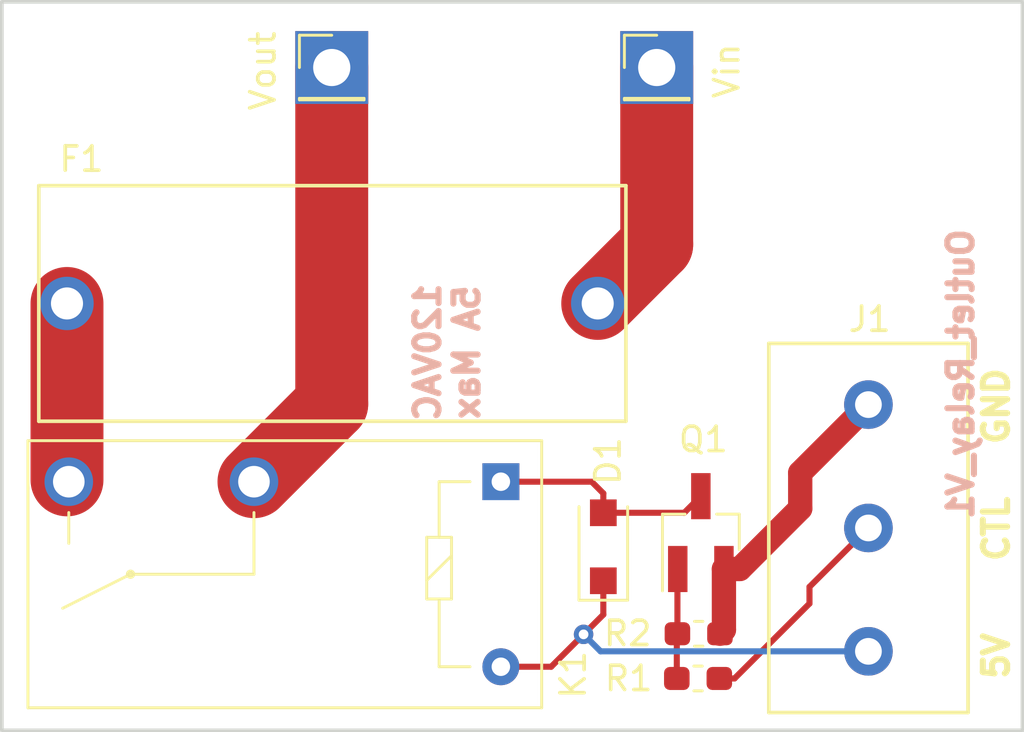
<source format=kicad_pcb>
(kicad_pcb (version 20171130) (host pcbnew 5.0.2-bee76a0~70~ubuntu18.04.1)

  (general
    (thickness 1.6)
    (drawings 9)
    (tracks 33)
    (zones 0)
    (modules 9)
    (nets 9)
  )

  (page A4)
  (layers
    (0 F.Cu signal)
    (31 B.Cu signal)
    (32 B.Adhes user)
    (33 F.Adhes user)
    (34 B.Paste user)
    (35 F.Paste user)
    (36 B.SilkS user)
    (37 F.SilkS user)
    (38 B.Mask user)
    (39 F.Mask user)
    (40 Dwgs.User user)
    (41 Cmts.User user)
    (42 Eco1.User user)
    (43 Eco2.User user)
    (44 Edge.Cuts user)
    (45 Margin user)
    (46 B.CrtYd user)
    (47 F.CrtYd user)
    (48 B.Fab user)
    (49 F.Fab user hide)
  )

  (setup
    (last_trace_width 0.25)
    (trace_clearance 0.2)
    (zone_clearance 0.508)
    (zone_45_only no)
    (trace_min 0.2)
    (segment_width 0.2)
    (edge_width 0.15)
    (via_size 0.8)
    (via_drill 0.4)
    (via_min_size 0.4)
    (via_min_drill 0.3)
    (uvia_size 0.3)
    (uvia_drill 0.1)
    (uvias_allowed no)
    (uvia_min_size 0.2)
    (uvia_min_drill 0.1)
    (pcb_text_width 0.3)
    (pcb_text_size 1.5 1.5)
    (mod_edge_width 0.15)
    (mod_text_size 1 1)
    (mod_text_width 0.15)
    (pad_size 3 3)
    (pad_drill 1.53)
    (pad_to_mask_clearance 0.051)
    (solder_mask_min_width 0.25)
    (aux_axis_origin 0 0)
    (visible_elements FFFFF77F)
    (pcbplotparams
      (layerselection 0x010f0_ffffffff)
      (usegerberextensions false)
      (usegerberattributes false)
      (usegerberadvancedattributes false)
      (creategerberjobfile false)
      (excludeedgelayer true)
      (linewidth 0.100000)
      (plotframeref false)
      (viasonmask false)
      (mode 1)
      (useauxorigin false)
      (hpglpennumber 1)
      (hpglpenspeed 20)
      (hpglpendiameter 15.000000)
      (psnegative false)
      (psa4output false)
      (plotreference true)
      (plotvalue false)
      (plotinvisibletext false)
      (padsonsilk false)
      (subtractmaskfromsilk false)
      (outputformat 1)
      (mirror false)
      (drillshape 0)
      (scaleselection 1)
      (outputdirectory "Gerber/"))
  )

  (net 0 "")
  (net 1 /5V)
  (net 2 "Net-(D1-Pad2)")
  (net 3 "Net-(F1-Pad1)")
  (net 4 Vin)
  (net 5 /CTL)
  (net 6 GND)
  (net 7 Vout)
  (net 8 "Net-(Q1-Pad1)")

  (net_class Default "This is the default net class."
    (clearance 0.2)
    (trace_width 0.25)
    (via_dia 0.8)
    (via_drill 0.4)
    (uvia_dia 0.3)
    (uvia_drill 0.1)
    (add_net /5V)
    (add_net /CTL)
    (add_net GND)
    (add_net "Net-(D1-Pad2)")
    (add_net "Net-(F1-Pad1)")
    (add_net "Net-(Q1-Pad1)")
    (add_net Vin)
    (add_net Vout)
  )

  (module Connector_PinHeader_2.54mm:PinHeader_1x01_P2.54mm_Vertical (layer F.Cu) (tedit 5C2AAAFC) (tstamp 5C38DEB4)
    (at 149.8727 68.4149)
    (descr "Through hole straight pin header, 1x01, 2.54mm pitch, single row")
    (tags "Through hole pin header THT 1x01 2.54mm single row")
    (fp_text reference Vin (at 2.8829 0.1397 90) (layer F.SilkS)
      (effects (font (size 1 1) (thickness 0.15)))
    )
    (fp_text value PinHeader_1x01_P2.54mm_Vertical (at 0 2.33) (layer F.Fab)
      (effects (font (size 1 1) (thickness 0.15)))
    )
    (fp_line (start -0.635 -1.27) (end 1.27 -1.27) (layer F.Fab) (width 0.1))
    (fp_line (start 1.27 -1.27) (end 1.27 1.27) (layer F.Fab) (width 0.1))
    (fp_line (start 1.27 1.27) (end -1.27 1.27) (layer F.Fab) (width 0.1))
    (fp_line (start -1.27 1.27) (end -1.27 -0.635) (layer F.Fab) (width 0.1))
    (fp_line (start -1.27 -0.635) (end -0.635 -1.27) (layer F.Fab) (width 0.1))
    (fp_line (start -1.33 1.33) (end 1.33 1.33) (layer F.SilkS) (width 0.12))
    (fp_line (start -1.33 1.27) (end -1.33 1.33) (layer F.SilkS) (width 0.12))
    (fp_line (start 1.33 1.27) (end 1.33 1.33) (layer F.SilkS) (width 0.12))
    (fp_line (start -1.33 1.27) (end 1.33 1.27) (layer F.SilkS) (width 0.12))
    (fp_line (start -1.33 0) (end -1.33 -1.33) (layer F.SilkS) (width 0.12))
    (fp_line (start -1.33 -1.33) (end 0 -1.33) (layer F.SilkS) (width 0.12))
    (fp_line (start -1.8 -1.8) (end -1.8 1.8) (layer F.CrtYd) (width 0.05))
    (fp_line (start -1.8 1.8) (end 1.8 1.8) (layer F.CrtYd) (width 0.05))
    (fp_line (start 1.8 1.8) (end 1.8 -1.8) (layer F.CrtYd) (width 0.05))
    (fp_line (start 1.8 -1.8) (end -1.8 -1.8) (layer F.CrtYd) (width 0.05))
    (fp_text user %R (at 0 0 90) (layer F.Fab)
      (effects (font (size 1 1) (thickness 0.15)))
    )
    (pad 1 thru_hole rect (at 0 0) (size 3 3) (drill 1.53) (layers *.Cu *.Mask)
      (net 4 Vin))
    (model ${KISYS3DMOD}/Connector_PinHeader_2.54mm.3dshapes/PinHeader_1x01_P2.54mm_Vertical.wrl
      (at (xyz 0 0 0))
      (scale (xyz 1 1 1))
      (rotate (xyz 0 0 0))
    )
  )

  (module Diode_SMD:D_SOD-123F (layer F.Cu) (tedit 587F7769) (tstamp 5C38106F)
    (at 147.6756 88.1507 90)
    (descr D_SOD-123F)
    (tags D_SOD-123F)
    (path /5C25D578)
    (attr smd)
    (fp_text reference D1 (at 3.5306 0.1905 90) (layer F.SilkS)
      (effects (font (size 1 1) (thickness 0.15)))
    )
    (fp_text value BAS116H,115 (at 0 2.1 90) (layer F.Fab)
      (effects (font (size 1 1) (thickness 0.15)))
    )
    (fp_text user %R (at -0.127 -1.905 90) (layer F.Fab)
      (effects (font (size 1 1) (thickness 0.15)))
    )
    (fp_line (start -2.2 -1) (end -2.2 1) (layer F.SilkS) (width 0.12))
    (fp_line (start 0.25 0) (end 0.75 0) (layer F.Fab) (width 0.1))
    (fp_line (start 0.25 0.4) (end -0.35 0) (layer F.Fab) (width 0.1))
    (fp_line (start 0.25 -0.4) (end 0.25 0.4) (layer F.Fab) (width 0.1))
    (fp_line (start -0.35 0) (end 0.25 -0.4) (layer F.Fab) (width 0.1))
    (fp_line (start -0.35 0) (end -0.35 0.55) (layer F.Fab) (width 0.1))
    (fp_line (start -0.35 0) (end -0.35 -0.55) (layer F.Fab) (width 0.1))
    (fp_line (start -0.75 0) (end -0.35 0) (layer F.Fab) (width 0.1))
    (fp_line (start -1.4 0.9) (end -1.4 -0.9) (layer F.Fab) (width 0.1))
    (fp_line (start 1.4 0.9) (end -1.4 0.9) (layer F.Fab) (width 0.1))
    (fp_line (start 1.4 -0.9) (end 1.4 0.9) (layer F.Fab) (width 0.1))
    (fp_line (start -1.4 -0.9) (end 1.4 -0.9) (layer F.Fab) (width 0.1))
    (fp_line (start -2.2 -1.15) (end 2.2 -1.15) (layer F.CrtYd) (width 0.05))
    (fp_line (start 2.2 -1.15) (end 2.2 1.15) (layer F.CrtYd) (width 0.05))
    (fp_line (start 2.2 1.15) (end -2.2 1.15) (layer F.CrtYd) (width 0.05))
    (fp_line (start -2.2 -1.15) (end -2.2 1.15) (layer F.CrtYd) (width 0.05))
    (fp_line (start -2.2 1) (end 1.65 1) (layer F.SilkS) (width 0.12))
    (fp_line (start -2.2 -1) (end 1.65 -1) (layer F.SilkS) (width 0.12))
    (pad 1 smd rect (at -1.4 0 90) (size 1.1 1.1) (layers F.Cu F.Paste F.Mask)
      (net 1 /5V))
    (pad 2 smd rect (at 1.4 0 90) (size 1.1 1.1) (layers F.Cu F.Paste F.Mask)
      (net 2 "Net-(D1-Pad2)"))
    (model ${KISYS3DMOD}/Diode_SMD.3dshapes/D_SOD-123F.wrl
      (at (xyz 0 0 0))
      (scale (xyz 1 1 1))
      (rotate (xyz 0 0 0))
    )
  )

  (module Custom_Footprints:Fuse_Holder_Keystone_4527_Cartridge (layer F.Cu) (tedit 5C2A995C) (tstamp 5C381079)
    (at 136.525 78.1304)
    (path /5C25D06C)
    (fp_text reference F1 (at -10.3251 -5.9436) (layer F.SilkS)
      (effects (font (size 1 1) (thickness 0.15)))
    )
    (fp_text value Fuse (at 0.254 -7.739) (layer F.Fab)
      (effects (font (size 1 1) (thickness 0.15)))
    )
    (fp_line (start -12.08 -4.85) (end -12.08 4.85) (layer F.SilkS) (width 0.15))
    (fp_line (start -12.08 4.85) (end 12.08 4.85) (layer F.SilkS) (width 0.15))
    (fp_line (start 12.08 4.85) (end 12.08 -4.85) (layer F.SilkS) (width 0.15))
    (fp_line (start 12.08 -4.85) (end -12.08 -4.85) (layer F.SilkS) (width 0.15))
    (pad 1 thru_hole circle (at -10.92 0) (size 2.2 2.2) (drill 1.32) (layers *.Cu *.Mask)
      (net 3 "Net-(F1-Pad1)"))
    (pad 2 thru_hole circle (at 10.92 0) (size 2.2 2.2) (drill 1.32) (layers *.Cu *.Mask)
      (net 4 Vin))
  )

  (module Custom_Footprints:TerminalBlock_Molex_1x3_5.04mmPitch (layer F.Cu) (tedit 5C2A957A) (tstamp 5C381084)
    (at 158.5849 87.376 90)
    (path /5C25D1DC)
    (fp_text reference J1 (at 8.5979 0.0508 180) (layer F.SilkS)
      (effects (font (size 1 1) (thickness 0.15)))
    )
    (fp_text value TerminalBlock_1x3_5.08mmPitch (at 1.016 -7.493 90) (layer F.Fab)
      (effects (font (size 1 1) (thickness 0.15)))
    )
    (fp_line (start -7.6 -4.1) (end -7.6 4.1) (layer F.SilkS) (width 0.15))
    (fp_line (start -7.6 4.1) (end 7.6 4.1) (layer F.SilkS) (width 0.15))
    (fp_line (start 7.6 4.1) (end 7.6 -4.1) (layer F.SilkS) (width 0.15))
    (fp_line (start 7.6 -4.1) (end -7.6 -4.1) (layer F.SilkS) (width 0.15))
    (pad 1 thru_hole circle (at -5.08 0 90) (size 2 2) (drill 1.1) (layers *.Cu *.Mask)
      (net 1 /5V))
    (pad 2 thru_hole circle (at 0 0 90) (size 2 2) (drill 1.1) (layers *.Cu *.Mask)
      (net 5 /CTL))
    (pad 3 thru_hole circle (at 5.08 0 90) (size 2 2) (drill 1.1) (layers *.Cu *.Mask)
      (net 6 GND))
  )

  (module Relay_THT:Relay_SPST_Omron-G5Q-1A (layer F.Cu) (tedit 5AE38B4B) (tstamp 5C3810AA)
    (at 143.4592 85.471 180)
    (descr "Relay SPST-NO Omron Serie G5Q, http://omronfs.omron.com/en_US/ecb/products/pdf/en-g5q.pdf")
    (tags "Relay SPST-NO Omron Serie G5Q")
    (path /5C25CF2F)
    (fp_text reference K1 (at -2.9718 -7.9502 90) (layer F.SilkS)
      (effects (font (size 1 1) (thickness 0.15)))
    )
    (fp_text value G5Q-1A (at 8.8 3) (layer F.Fab)
      (effects (font (size 1 1) (thickness 0.15)))
    )
    (fp_text user %R (at 9.6 -4.5 180) (layer F.Fab)
      (effects (font (size 1 1) (thickness 0.15)))
    )
    (fp_line (start 0 -1) (end 0 -6.5) (layer F.Fab) (width 0.1))
    (fp_line (start 18.96 -8.81) (end 18.96 1.19) (layer F.Fab) (width 0.1))
    (fp_line (start 18.96 1.19) (end -1.18 1.19) (layer F.Fab) (width 0.1))
    (fp_line (start -1.18 1.19) (end -1.18 -8.81) (layer F.Fab) (width 0.1))
    (fp_line (start -1.18 -8.81) (end 18.96 -8.81) (layer F.Fab) (width 0.1))
    (fp_line (start -1.95 -9.55) (end 19.7 -9.55) (layer F.CrtYd) (width 0.05))
    (fp_line (start 19.7 -9.55) (end 19.7 1.95) (layer F.CrtYd) (width 0.05))
    (fp_line (start 19.7 1.95) (end -1.95 1.95) (layer F.CrtYd) (width 0.05))
    (fp_line (start -1.95 1.95) (end -1.95 -9.55) (layer F.CrtYd) (width 0.05))
    (fp_line (start 15.24 -3.81) (end 18.03 -5.21) (layer F.SilkS) (width 0.12))
    (fp_line (start 17.78 -1.27) (end 17.78 -2.54) (layer F.SilkS) (width 0.12))
    (fp_line (start 10.16 -1.27) (end 10.16 -3.81) (layer F.SilkS) (width 0.12))
    (fp_line (start 10.16 -3.81) (end 15.24 -3.81) (layer F.SilkS) (width 0.12))
    (fp_line (start 2.03 -3.05) (end 3.05 -4.06) (layer F.SilkS) (width 0.12))
    (fp_line (start 2.54 -7.62) (end 1.27 -7.62) (layer F.SilkS) (width 0.12))
    (fp_line (start 2.54 -4.83) (end 2.54 -7.62) (layer F.SilkS) (width 0.12))
    (fp_line (start 2.54 0) (end 2.54 -2.29) (layer F.SilkS) (width 0.12))
    (fp_line (start 1.27 0) (end 2.54 0) (layer F.SilkS) (width 0.12))
    (fp_line (start 2.54 -2.29) (end 2.03 -2.29) (layer F.SilkS) (width 0.12))
    (fp_line (start 2.03 -2.29) (end 2.03 -4.83) (layer F.SilkS) (width 0.12))
    (fp_line (start 2.03 -4.83) (end 2.54 -4.83) (layer F.SilkS) (width 0.12))
    (fp_line (start 2.54 -4.83) (end 3.05 -4.83) (layer F.SilkS) (width 0.12))
    (fp_line (start 3.05 -4.83) (end 3.05 -2.29) (layer F.SilkS) (width 0.12))
    (fp_line (start 3.05 -2.29) (end 2.54 -2.29) (layer F.SilkS) (width 0.12))
    (fp_line (start -1.68 1.69) (end 19.46 1.69) (layer F.SilkS) (width 0.12))
    (fp_line (start 19.46 1.69) (end 19.46 -9.31) (layer F.SilkS) (width 0.12))
    (fp_line (start -1.68 1.69) (end -1.68 -9.31) (layer F.SilkS) (width 0.12))
    (fp_line (start -1.68 -9.31) (end 19.46 -9.31) (layer F.SilkS) (width 0.12))
    (fp_circle (center 15.24 -3.81) (end 15.24 -3.68) (layer F.SilkS) (width 0.12))
    (pad 1 thru_hole rect (at 0 0) (size 1.52 1.52) (drill 0.76) (layers *.Cu *.Mask)
      (net 2 "Net-(D1-Pad2)"))
    (pad 2 thru_hole circle (at 10.16 0) (size 2 2) (drill 1.3) (layers *.Cu *.Mask)
      (net 7 Vout))
    (pad 3 thru_hole circle (at 17.78 0) (size 2 2) (drill 1.3) (layers *.Cu *.Mask)
      (net 3 "Net-(F1-Pad1)"))
    (pad 5 thru_hole circle (at 0 -7.62) (size 1.52 1.52) (drill 0.76) (layers *.Cu *.Mask)
      (net 1 /5V))
    (model ${KISYS3DMOD}/Relay_THT.3dshapes/Relay_SPST_Omron-G5Q-1A.wrl
      (at (xyz 0 0 0))
      (scale (xyz 1 1 1))
      (rotate (xyz 0 0 0))
    )
  )

  (module Package_TO_SOT_SMD:SOT-23_Handsoldering (layer F.Cu) (tedit 5A0AB76C) (tstamp 5C3810BF)
    (at 151.6888 87.5665 90)
    (descr "SOT-23, Handsoldering")
    (tags SOT-23)
    (path /5C25D3BE)
    (attr smd)
    (fp_text reference Q1 (at 3.8354 0.1016 180) (layer F.SilkS)
      (effects (font (size 1 1) (thickness 0.15)))
    )
    (fp_text value BSS138K (at 0 2.5 90) (layer F.Fab)
      (effects (font (size 1 1) (thickness 0.15)))
    )
    (fp_text user %R (at 0 0 180) (layer F.Fab)
      (effects (font (size 0.5 0.5) (thickness 0.075)))
    )
    (fp_line (start 0.76 1.58) (end 0.76 0.65) (layer F.SilkS) (width 0.12))
    (fp_line (start 0.76 -1.58) (end 0.76 -0.65) (layer F.SilkS) (width 0.12))
    (fp_line (start -2.7 -1.75) (end 2.7 -1.75) (layer F.CrtYd) (width 0.05))
    (fp_line (start 2.7 -1.75) (end 2.7 1.75) (layer F.CrtYd) (width 0.05))
    (fp_line (start 2.7 1.75) (end -2.7 1.75) (layer F.CrtYd) (width 0.05))
    (fp_line (start -2.7 1.75) (end -2.7 -1.75) (layer F.CrtYd) (width 0.05))
    (fp_line (start 0.76 -1.58) (end -2.4 -1.58) (layer F.SilkS) (width 0.12))
    (fp_line (start -0.7 -0.95) (end -0.7 1.5) (layer F.Fab) (width 0.1))
    (fp_line (start -0.15 -1.52) (end 0.7 -1.52) (layer F.Fab) (width 0.1))
    (fp_line (start -0.7 -0.95) (end -0.15 -1.52) (layer F.Fab) (width 0.1))
    (fp_line (start 0.7 -1.52) (end 0.7 1.52) (layer F.Fab) (width 0.1))
    (fp_line (start -0.7 1.52) (end 0.7 1.52) (layer F.Fab) (width 0.1))
    (fp_line (start 0.76 1.58) (end -0.7 1.58) (layer F.SilkS) (width 0.12))
    (pad 1 smd rect (at -1.5 -0.95 90) (size 1.9 0.8) (layers F.Cu F.Paste F.Mask)
      (net 8 "Net-(Q1-Pad1)"))
    (pad 2 smd rect (at -1.5 0.95 90) (size 1.9 0.8) (layers F.Cu F.Paste F.Mask)
      (net 6 GND))
    (pad 3 smd rect (at 1.5 0 90) (size 1.9 0.8) (layers F.Cu F.Paste F.Mask)
      (net 2 "Net-(D1-Pad2)"))
    (model ${KISYS3DMOD}/Package_TO_SOT_SMD.3dshapes/SOT-23.wrl
      (at (xyz 0 0 0))
      (scale (xyz 1 1 1))
      (rotate (xyz 0 0 0))
    )
  )

  (module Resistor_SMD:R_0603_1608Metric_Pad1.05x0.95mm_HandSolder (layer F.Cu) (tedit 5B301BBD) (tstamp 5C3810D0)
    (at 151.5745 93.5736 180)
    (descr "Resistor SMD 0603 (1608 Metric), square (rectangular) end terminal, IPC_7351 nominal with elongated pad for handsoldering. (Body size source: http://www.tortai-tech.com/upload/download/2011102023233369053.pdf), generated with kicad-footprint-generator")
    (tags "resistor handsolder")
    (path /5C25E7B9)
    (attr smd)
    (fp_text reference R1 (at 2.8575 0 180) (layer F.SilkS)
      (effects (font (size 1 1) (thickness 0.15)))
    )
    (fp_text value 1k (at 0 1.43 180) (layer F.Fab)
      (effects (font (size 1 1) (thickness 0.15)))
    )
    (fp_line (start -0.8 0.4) (end -0.8 -0.4) (layer F.Fab) (width 0.1))
    (fp_line (start -0.8 -0.4) (end 0.8 -0.4) (layer F.Fab) (width 0.1))
    (fp_line (start 0.8 -0.4) (end 0.8 0.4) (layer F.Fab) (width 0.1))
    (fp_line (start 0.8 0.4) (end -0.8 0.4) (layer F.Fab) (width 0.1))
    (fp_line (start -0.171267 -0.51) (end 0.171267 -0.51) (layer F.SilkS) (width 0.12))
    (fp_line (start -0.171267 0.51) (end 0.171267 0.51) (layer F.SilkS) (width 0.12))
    (fp_line (start -1.65 0.73) (end -1.65 -0.73) (layer F.CrtYd) (width 0.05))
    (fp_line (start -1.65 -0.73) (end 1.65 -0.73) (layer F.CrtYd) (width 0.05))
    (fp_line (start 1.65 -0.73) (end 1.65 0.73) (layer F.CrtYd) (width 0.05))
    (fp_line (start 1.65 0.73) (end -1.65 0.73) (layer F.CrtYd) (width 0.05))
    (fp_text user %R (at 0 0 180) (layer F.Fab)
      (effects (font (size 0.4 0.4) (thickness 0.06)))
    )
    (pad 1 smd roundrect (at -0.875 0 180) (size 1.05 0.95) (layers F.Cu F.Paste F.Mask) (roundrect_rratio 0.25)
      (net 5 /CTL))
    (pad 2 smd roundrect (at 0.875 0 180) (size 1.05 0.95) (layers F.Cu F.Paste F.Mask) (roundrect_rratio 0.25)
      (net 8 "Net-(Q1-Pad1)"))
    (model ${KISYS3DMOD}/Resistor_SMD.3dshapes/R_0603_1608Metric.wrl
      (at (xyz 0 0 0))
      (scale (xyz 1 1 1))
      (rotate (xyz 0 0 0))
    )
  )

  (module Resistor_SMD:R_0603_1608Metric_Pad1.05x0.95mm_HandSolder (layer F.Cu) (tedit 5B301BBD) (tstamp 5C3810E1)
    (at 151.5999 91.7321)
    (descr "Resistor SMD 0603 (1608 Metric), square (rectangular) end terminal, IPC_7351 nominal with elongated pad for handsoldering. (Body size source: http://www.tortai-tech.com/upload/download/2011102023233369053.pdf), generated with kicad-footprint-generator")
    (tags "resistor handsolder")
    (path /5C25E85D)
    (attr smd)
    (fp_text reference R2 (at -2.921 -0.0127) (layer F.SilkS)
      (effects (font (size 1 1) (thickness 0.15)))
    )
    (fp_text value 10k (at 0 1.43) (layer F.Fab)
      (effects (font (size 1 1) (thickness 0.15)))
    )
    (fp_text user %R (at 0 0) (layer F.Fab)
      (effects (font (size 0.4 0.4) (thickness 0.06)))
    )
    (fp_line (start 1.65 0.73) (end -1.65 0.73) (layer F.CrtYd) (width 0.05))
    (fp_line (start 1.65 -0.73) (end 1.65 0.73) (layer F.CrtYd) (width 0.05))
    (fp_line (start -1.65 -0.73) (end 1.65 -0.73) (layer F.CrtYd) (width 0.05))
    (fp_line (start -1.65 0.73) (end -1.65 -0.73) (layer F.CrtYd) (width 0.05))
    (fp_line (start -0.171267 0.51) (end 0.171267 0.51) (layer F.SilkS) (width 0.12))
    (fp_line (start -0.171267 -0.51) (end 0.171267 -0.51) (layer F.SilkS) (width 0.12))
    (fp_line (start 0.8 0.4) (end -0.8 0.4) (layer F.Fab) (width 0.1))
    (fp_line (start 0.8 -0.4) (end 0.8 0.4) (layer F.Fab) (width 0.1))
    (fp_line (start -0.8 -0.4) (end 0.8 -0.4) (layer F.Fab) (width 0.1))
    (fp_line (start -0.8 0.4) (end -0.8 -0.4) (layer F.Fab) (width 0.1))
    (pad 2 smd roundrect (at 0.875 0) (size 1.05 0.95) (layers F.Cu F.Paste F.Mask) (roundrect_rratio 0.25)
      (net 6 GND))
    (pad 1 smd roundrect (at -0.875 0) (size 1.05 0.95) (layers F.Cu F.Paste F.Mask) (roundrect_rratio 0.25)
      (net 8 "Net-(Q1-Pad1)"))
    (model ${KISYS3DMOD}/Resistor_SMD.3dshapes/R_0603_1608Metric.wrl
      (at (xyz 0 0 0))
      (scale (xyz 1 1 1))
      (rotate (xyz 0 0 0))
    )
  )

  (module Connector_PinHeader_2.54mm:PinHeader_1x01_P2.54mm_Vertical (layer F.Cu) (tedit 5C2AAB02) (tstamp 5C38DEB2)
    (at 136.4996 68.4149)
    (descr "Through hole straight pin header, 1x01, 2.54mm pitch, single row")
    (tags "Through hole pin header THT 1x01 2.54mm single row")
    (fp_text reference Vout (at -2.8321 0.1397 90) (layer F.SilkS)
      (effects (font (size 1 1) (thickness 0.15)))
    )
    (fp_text value PinHeader_1x01_P2.54mm_Vertical (at 0 2.33) (layer F.Fab)
      (effects (font (size 1 1) (thickness 0.15)))
    )
    (fp_text user %R (at 0 0 90) (layer F.Fab)
      (effects (font (size 1 1) (thickness 0.15)))
    )
    (fp_line (start 1.8 -1.8) (end -1.8 -1.8) (layer F.CrtYd) (width 0.05))
    (fp_line (start 1.8 1.8) (end 1.8 -1.8) (layer F.CrtYd) (width 0.05))
    (fp_line (start -1.8 1.8) (end 1.8 1.8) (layer F.CrtYd) (width 0.05))
    (fp_line (start -1.8 -1.8) (end -1.8 1.8) (layer F.CrtYd) (width 0.05))
    (fp_line (start -1.33 -1.33) (end 0 -1.33) (layer F.SilkS) (width 0.12))
    (fp_line (start -1.33 0) (end -1.33 -1.33) (layer F.SilkS) (width 0.12))
    (fp_line (start -1.33 1.27) (end 1.33 1.27) (layer F.SilkS) (width 0.12))
    (fp_line (start 1.33 1.27) (end 1.33 1.33) (layer F.SilkS) (width 0.12))
    (fp_line (start -1.33 1.27) (end -1.33 1.33) (layer F.SilkS) (width 0.12))
    (fp_line (start -1.33 1.33) (end 1.33 1.33) (layer F.SilkS) (width 0.12))
    (fp_line (start -1.27 -0.635) (end -0.635 -1.27) (layer F.Fab) (width 0.1))
    (fp_line (start -1.27 1.27) (end -1.27 -0.635) (layer F.Fab) (width 0.1))
    (fp_line (start 1.27 1.27) (end -1.27 1.27) (layer F.Fab) (width 0.1))
    (fp_line (start 1.27 -1.27) (end 1.27 1.27) (layer F.Fab) (width 0.1))
    (fp_line (start -0.635 -1.27) (end 1.27 -1.27) (layer F.Fab) (width 0.1))
    (pad 1 thru_hole rect (at 0 0) (size 3 3) (drill 1.53) (layers *.Cu *.Mask)
      (net 7 Vout))
    (model ${KISYS3DMOD}/Connector_PinHeader_2.54mm.3dshapes/PinHeader_1x01_P2.54mm_Vertical.wrl
      (at (xyz 0 0 0))
      (scale (xyz 1 1 1))
      (rotate (xyz 0 0 0))
    )
  )

  (gr_text "120VAC\n5A Max" (at 141.2494 80.137 90) (layer B.SilkS)
    (effects (font (size 1 1) (thickness 0.25)) (justify mirror))
  )
  (gr_text Outlet_Relay_V1 (at 162.3822 81.0387 90) (layer B.SilkS)
    (effects (font (size 1 1) (thickness 0.25)) (justify mirror))
  )
  (gr_text GND (at 163.8427 82.3595 90) (layer F.SilkS)
    (effects (font (size 1 1) (thickness 0.25)))
  )
  (gr_text CTL (at 163.8427 87.4141 90) (layer F.SilkS)
    (effects (font (size 1 1) (thickness 0.25)))
  )
  (gr_text 5V (at 163.8427 92.6465 90) (layer F.SilkS)
    (effects (font (size 1 1) (thickness 0.25)))
  )
  (gr_line (start 122.9233 65.7098) (end 164.9233 65.7098) (layer Edge.Cuts) (width 0.15))
  (gr_line (start 164.9233 65.7098) (end 164.9233 95.7098) (layer Edge.Cuts) (width 0.15))
  (gr_line (start 164.9233 95.7098) (end 122.9233 95.7098) (layer Edge.Cuts) (width 0.15))
  (gr_line (start 122.9233 95.7098) (end 122.9233 65.7098) (layer Edge.Cuts) (width 0.15))

  (via (at 146.8628 91.7575) (size 0.8) (drill 0.4) (layers F.Cu B.Cu) (net 1))
  (segment (start 158.5849 92.456) (end 147.5613 92.456) (width 0.25) (layer B.Cu) (net 1))
  (segment (start 147.5613 92.456) (end 146.8628 91.7575) (width 0.25) (layer B.Cu) (net 1))
  (segment (start 147.6756 90.9447) (end 147.6756 89.5507) (width 0.25) (layer F.Cu) (net 1))
  (segment (start 146.8628 91.7575) (end 147.6756 90.9447) (width 0.25) (layer F.Cu) (net 1))
  (segment (start 145.5293 93.091) (end 146.8628 91.7575) (width 0.25) (layer F.Cu) (net 1))
  (segment (start 143.4592 93.091) (end 145.5293 93.091) (width 0.25) (layer F.Cu) (net 1))
  (segment (start 147.6756 85.9507) (end 147.6756 86.7507) (width 0.25) (layer F.Cu) (net 2))
  (segment (start 147.1959 85.471) (end 147.6756 85.9507) (width 0.25) (layer F.Cu) (net 2))
  (segment (start 143.4592 85.471) (end 147.1959 85.471) (width 0.25) (layer F.Cu) (net 2))
  (segment (start 151.0046 86.7507) (end 151.6888 86.0665) (width 0.25) (layer F.Cu) (net 2))
  (segment (start 147.6756 86.7507) (end 151.0046 86.7507) (width 0.25) (layer F.Cu) (net 2))
  (segment (start 125.605 85.3968) (end 125.6792 85.471) (width 0.25) (layer F.Cu) (net 3))
  (segment (start 125.605 78.1304) (end 125.605 85.3968) (width 3) (layer F.Cu) (net 3))
  (segment (start 149.8727 75.7027) (end 149.8727 68.4149) (width 3) (layer F.Cu) (net 4))
  (segment (start 147.445 78.1304) (end 149.8727 75.7027) (width 3) (layer F.Cu) (net 4))
  (segment (start 158.5849 87.376) (end 156.1592 89.8017) (width 0.25) (layer F.Cu) (net 5))
  (segment (start 156.1592 90.4889) (end 156.1592 89.9795) (width 0.25) (layer F.Cu) (net 5))
  (segment (start 153.0745 93.5736) (end 156.1592 90.4889) (width 0.25) (layer F.Cu) (net 5))
  (segment (start 152.4495 93.5736) (end 153.0745 93.5736) (width 0.25) (layer F.Cu) (net 5))
  (segment (start 156.1592 89.8017) (end 156.1592 89.9795) (width 0.25) (layer F.Cu) (net 5))
  (segment (start 153.2888 89.0665) (end 155.7782 86.5771) (width 1) (layer F.Cu) (net 6))
  (segment (start 152.6388 89.0665) (end 153.2888 89.0665) (width 1) (layer F.Cu) (net 6))
  (segment (start 155.7782 85.1027) (end 158.5849 82.296) (width 1) (layer F.Cu) (net 6))
  (segment (start 155.7782 86.5771) (end 155.7782 85.1027) (width 1) (layer F.Cu) (net 6))
  (segment (start 152.6388 91.5682) (end 152.4749 91.7321) (width 1) (layer F.Cu) (net 6))
  (segment (start 152.6388 89.0665) (end 152.6388 91.5682) (width 1) (layer F.Cu) (net 6))
  (segment (start 136.4996 82.2706) (end 133.2992 85.471) (width 3) (layer F.Cu) (net 7))
  (segment (start 136.4996 68.4149) (end 136.4996 82.2706) (width 3) (layer F.Cu) (net 7))
  (segment (start 150.6995 91.7575) (end 150.7249 91.7321) (width 0.25) (layer F.Cu) (net 8))
  (segment (start 150.6995 93.5736) (end 150.6995 91.7575) (width 0.25) (layer F.Cu) (net 8))
  (segment (start 150.7249 89.0804) (end 150.7388 89.0665) (width 0.25) (layer F.Cu) (net 8))
  (segment (start 150.7249 91.7321) (end 150.7249 89.0804) (width 0.25) (layer F.Cu) (net 8))

)

</source>
